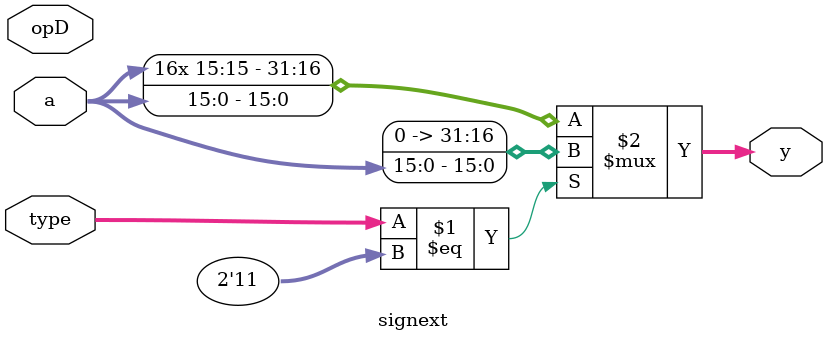
<source format=v>
`timescale 1ns / 1ps


module signext(
	input wire[15:0] a,
	output wire[31:0] y,
	input wire [1:0] type, //
	input wire[31:0]opD
    );

	assign y = (type==2'b11)?  {{16{1'b0}},a}:{{16{a[15]}},a};
endmodule

</source>
